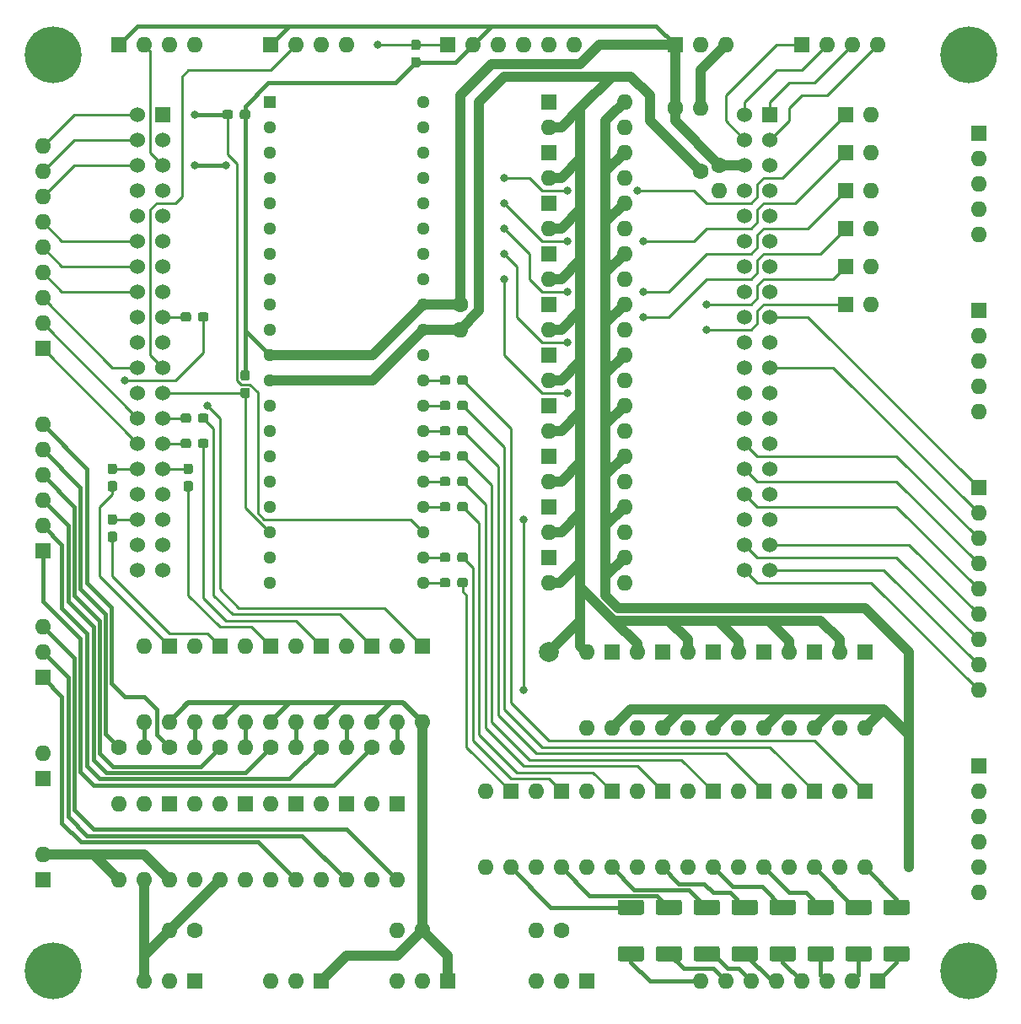
<source format=gtl>
G04 #@! TF.GenerationSoftware,KiCad,Pcbnew,(5.1.6)-1*
G04 #@! TF.CreationDate,2023-04-05T02:19:51+09:00*
G04 #@! TF.ProjectId,SubPCB,53756250-4342-42e6-9b69-6361645f7063,rev?*
G04 #@! TF.SameCoordinates,Original*
G04 #@! TF.FileFunction,Copper,L1,Top*
G04 #@! TF.FilePolarity,Positive*
%FSLAX46Y46*%
G04 Gerber Fmt 4.6, Leading zero omitted, Abs format (unit mm)*
G04 Created by KiCad (PCBNEW (5.1.6)-1) date 2023-04-05 02:19:51*
%MOMM*%
%LPD*%
G01*
G04 APERTURE LIST*
G04 #@! TA.AperFunction,ComponentPad*
%ADD10O,1.600000X1.600000*%
G04 #@! TD*
G04 #@! TA.AperFunction,ComponentPad*
%ADD11R,1.600000X1.600000*%
G04 #@! TD*
G04 #@! TA.AperFunction,ComponentPad*
%ADD12R,1.530000X1.530000*%
G04 #@! TD*
G04 #@! TA.AperFunction,ComponentPad*
%ADD13C,1.530000*%
G04 #@! TD*
G04 #@! TA.AperFunction,ComponentPad*
%ADD14C,1.600000*%
G04 #@! TD*
G04 #@! TA.AperFunction,ComponentPad*
%ADD15C,1.280000*%
G04 #@! TD*
G04 #@! TA.AperFunction,ComponentPad*
%ADD16R,1.280000X1.280000*%
G04 #@! TD*
G04 #@! TA.AperFunction,ComponentPad*
%ADD17C,5.700000*%
G04 #@! TD*
G04 #@! TA.AperFunction,ViaPad*
%ADD18C,0.800000*%
G04 #@! TD*
G04 #@! TA.AperFunction,ViaPad*
%ADD19C,1.600000*%
G04 #@! TD*
G04 #@! TA.AperFunction,ViaPad*
%ADD20C,2.000000*%
G04 #@! TD*
G04 #@! TA.AperFunction,Conductor*
%ADD21C,0.250000*%
G04 #@! TD*
G04 #@! TA.AperFunction,Conductor*
%ADD22C,0.400000*%
G04 #@! TD*
G04 #@! TA.AperFunction,Conductor*
%ADD23C,1.000000*%
G04 #@! TD*
G04 #@! TA.AperFunction,Conductor*
%ADD24C,0.500000*%
G04 #@! TD*
G04 APERTURE END LIST*
D10*
X83185000Y-6985000D03*
D11*
X80645000Y-6985000D03*
D10*
X83185000Y-10795000D03*
D11*
X80645000Y-10795000D03*
D10*
X83185000Y-14605000D03*
D11*
X80645000Y-14605000D03*
D10*
X83185000Y-18415000D03*
D11*
X80645000Y-18415000D03*
D10*
X83185000Y-22225000D03*
D11*
X80645000Y-22225000D03*
D10*
X83185000Y-26035000D03*
D11*
X80645000Y-26035000D03*
D12*
X73025000Y-6985000D03*
D13*
X73025000Y-52705000D03*
X70485000Y-6985000D03*
X73025000Y-9525000D03*
X70485000Y-9525000D03*
X73025000Y-12065000D03*
X70485000Y-12065000D03*
X73025000Y-14605000D03*
X70485000Y-14605000D03*
X73025000Y-17145000D03*
X70485000Y-17145000D03*
X73025000Y-19685000D03*
X70485000Y-19685000D03*
X73025000Y-22225000D03*
X70485000Y-22225000D03*
X73025000Y-24765000D03*
X70485000Y-24765000D03*
X73025000Y-27305000D03*
X70485000Y-27305000D03*
X73025000Y-29845000D03*
X70485000Y-29845000D03*
X73025000Y-32385000D03*
X70485000Y-32385000D03*
X73025000Y-34925000D03*
X70485000Y-34925000D03*
X73025000Y-37465000D03*
X70485000Y-37465000D03*
X73025000Y-40005000D03*
X70485000Y-40005000D03*
X73025000Y-42545000D03*
X70485000Y-42545000D03*
X73025000Y-45085000D03*
X70485000Y-45085000D03*
X73025000Y-47625000D03*
X70485000Y-47625000D03*
X73025000Y-50165000D03*
X70485000Y-50165000D03*
X70485000Y-52705000D03*
D12*
X12065000Y-6985000D03*
D13*
X12065000Y-52705000D03*
X9525000Y-6985000D03*
X12065000Y-9525000D03*
X9525000Y-9525000D03*
X12065000Y-12065000D03*
X9525000Y-12065000D03*
X12065000Y-14605000D03*
X9525000Y-14605000D03*
X12065000Y-17145000D03*
X9525000Y-17145000D03*
X12065000Y-19685000D03*
X9525000Y-19685000D03*
X12065000Y-22225000D03*
X9525000Y-22225000D03*
X12065000Y-24765000D03*
X9525000Y-24765000D03*
X12065000Y-27305000D03*
X9525000Y-27305000D03*
X12065000Y-29845000D03*
X9525000Y-29845000D03*
X12065000Y-32385000D03*
X9525000Y-32385000D03*
X12065000Y-34925000D03*
X9525000Y-34925000D03*
X12065000Y-37465000D03*
X9525000Y-37465000D03*
X12065000Y-40005000D03*
X9525000Y-40005000D03*
X12065000Y-42545000D03*
X9525000Y-42545000D03*
X12065000Y-45085000D03*
X9525000Y-45085000D03*
X12065000Y-47625000D03*
X9525000Y-47625000D03*
X12065000Y-50165000D03*
X9525000Y-50165000D03*
X9525000Y-52705000D03*
G04 #@! TA.AperFunction,SMDPad,CuDef*
G36*
G01*
X20557500Y-33700000D02*
X20082500Y-33700000D01*
G75*
G02*
X19845000Y-33462500I0J237500D01*
G01*
X19845000Y-32887500D01*
G75*
G02*
X20082500Y-32650000I237500J0D01*
G01*
X20557500Y-32650000D01*
G75*
G02*
X20795000Y-32887500I0J-237500D01*
G01*
X20795000Y-33462500D01*
G75*
G02*
X20557500Y-33700000I-237500J0D01*
G01*
G37*
G04 #@! TD.AperFunction*
G04 #@! TA.AperFunction,SMDPad,CuDef*
G36*
G01*
X20557500Y-35450000D02*
X20082500Y-35450000D01*
G75*
G02*
X19845000Y-35212500I0J237500D01*
G01*
X19845000Y-34637500D01*
G75*
G02*
X20082500Y-34400000I237500J0D01*
G01*
X20557500Y-34400000D01*
G75*
G02*
X20795000Y-34637500I0J-237500D01*
G01*
X20795000Y-35212500D01*
G75*
G02*
X20557500Y-35450000I-237500J0D01*
G01*
G37*
G04 #@! TD.AperFunction*
G04 #@! TA.AperFunction,SMDPad,CuDef*
G36*
G01*
X19795000Y-7222500D02*
X19795000Y-6747500D01*
G75*
G02*
X20032500Y-6510000I237500J0D01*
G01*
X20607500Y-6510000D01*
G75*
G02*
X20845000Y-6747500I0J-237500D01*
G01*
X20845000Y-7222500D01*
G75*
G02*
X20607500Y-7460000I-237500J0D01*
G01*
X20032500Y-7460000D01*
G75*
G02*
X19795000Y-7222500I0J237500D01*
G01*
G37*
G04 #@! TD.AperFunction*
G04 #@! TA.AperFunction,SMDPad,CuDef*
G36*
G01*
X18045000Y-7222500D02*
X18045000Y-6747500D01*
G75*
G02*
X18282500Y-6510000I237500J0D01*
G01*
X18857500Y-6510000D01*
G75*
G02*
X19095000Y-6747500I0J-237500D01*
G01*
X19095000Y-7222500D01*
G75*
G02*
X18857500Y-7460000I-237500J0D01*
G01*
X18282500Y-7460000D01*
G75*
G02*
X18045000Y-7222500I0J237500D01*
G01*
G37*
G04 #@! TD.AperFunction*
D10*
X25400000Y-93980000D03*
X22860000Y-93980000D03*
D11*
X27940000Y-93980000D03*
X76200000Y0D03*
D10*
X81280000Y0D03*
X78740000Y0D03*
X83820000Y0D03*
X93980000Y-52070000D03*
X93980000Y-46990000D03*
X93980000Y-49530000D03*
D11*
X93980000Y-44450000D03*
D10*
X93980000Y-54610000D03*
X93980000Y-57150000D03*
X93980000Y-59690000D03*
X93980000Y-62230000D03*
X93980000Y-64770000D03*
X46990000Y-82550000D03*
X44450000Y-74930000D03*
X44450000Y-82550000D03*
D11*
X46990000Y-74930000D03*
D10*
X52070000Y-82550000D03*
X49530000Y-74930000D03*
X49530000Y-82550000D03*
D11*
X52070000Y-74930000D03*
D10*
X57150000Y-82550000D03*
X54610000Y-74930000D03*
X54610000Y-82550000D03*
D11*
X57150000Y-74930000D03*
D10*
X62230000Y-82550000D03*
X59690000Y-74930000D03*
X59690000Y-82550000D03*
D11*
X62230000Y-74930000D03*
D10*
X67310000Y-82550000D03*
X64770000Y-74930000D03*
X64770000Y-82550000D03*
D11*
X67310000Y-74930000D03*
D10*
X72390000Y-82550000D03*
X69850000Y-74930000D03*
X69850000Y-82550000D03*
D11*
X72390000Y-74930000D03*
D10*
X77470000Y-82550000D03*
X74930000Y-74930000D03*
X74930000Y-82550000D03*
D11*
X77470000Y-74930000D03*
D10*
X82550000Y-82550000D03*
X80010000Y-74930000D03*
X80010000Y-82550000D03*
D11*
X82550000Y-74930000D03*
D10*
X57150000Y-68580000D03*
X54610000Y-60960000D03*
X54610000Y-68580000D03*
D11*
X57150000Y-60960000D03*
D10*
X62230000Y-68580000D03*
X59690000Y-60960000D03*
X59690000Y-68580000D03*
D11*
X62230000Y-60960000D03*
D10*
X67310000Y-68580000D03*
X64770000Y-60960000D03*
X64770000Y-68580000D03*
D11*
X67310000Y-60960000D03*
D10*
X72390000Y-68580000D03*
X69850000Y-60960000D03*
X69850000Y-68580000D03*
D11*
X72390000Y-60960000D03*
D10*
X77470000Y-68580000D03*
X74930000Y-60960000D03*
X74930000Y-68580000D03*
D11*
X77470000Y-60960000D03*
D10*
X82550000Y-68580000D03*
X80010000Y-60960000D03*
X80010000Y-68580000D03*
D11*
X82550000Y-60960000D03*
D10*
X58420000Y-51435000D03*
X50800000Y-53975000D03*
X58420000Y-53975000D03*
D11*
X50800000Y-51435000D03*
D10*
X58420000Y-46355000D03*
X50800000Y-48895000D03*
X58420000Y-48895000D03*
D11*
X50800000Y-46355000D03*
D10*
X58420000Y-41275000D03*
X50800000Y-43815000D03*
X58420000Y-43815000D03*
D11*
X50800000Y-41275000D03*
D10*
X58420000Y-36195000D03*
X50800000Y-38735000D03*
X58420000Y-38735000D03*
D11*
X50800000Y-36195000D03*
D10*
X58420000Y-31115000D03*
X50800000Y-33655000D03*
X58420000Y-33655000D03*
D11*
X50800000Y-31115000D03*
D10*
X58420000Y-26035000D03*
X50800000Y-28575000D03*
X58420000Y-28575000D03*
D11*
X50800000Y-26035000D03*
D10*
X58420000Y-20955000D03*
X50800000Y-23495000D03*
X58420000Y-23495000D03*
D11*
X50800000Y-20955000D03*
D10*
X58420000Y-15875000D03*
X50800000Y-18415000D03*
X58420000Y-18415000D03*
D11*
X50800000Y-15875000D03*
D10*
X58420000Y-10795000D03*
X50800000Y-13335000D03*
X58420000Y-13335000D03*
D11*
X50800000Y-10795000D03*
D10*
X58420000Y-5715000D03*
X50800000Y-8255000D03*
X58420000Y-8255000D03*
D11*
X50800000Y-5715000D03*
D10*
X12700000Y-67945000D03*
X10160000Y-60325000D03*
X10160000Y-67945000D03*
D11*
X12700000Y-60325000D03*
D10*
X17780000Y-67945000D03*
X15240000Y-60325000D03*
X15240000Y-67945000D03*
D11*
X17780000Y-60325000D03*
D10*
X22860000Y-67945000D03*
X20320000Y-60325000D03*
X20320000Y-67945000D03*
D11*
X22860000Y-60325000D03*
D10*
X27940000Y-67945000D03*
X25400000Y-60325000D03*
X25400000Y-67945000D03*
D11*
X27940000Y-60325000D03*
D10*
X33020000Y-67945000D03*
X30480000Y-60325000D03*
X30480000Y-67945000D03*
D11*
X33020000Y-60325000D03*
D10*
X38100000Y-67945000D03*
X35560000Y-60325000D03*
X35560000Y-67945000D03*
D11*
X38100000Y-60325000D03*
D10*
X25400000Y-83820000D03*
X22860000Y-76200000D03*
X22860000Y-83820000D03*
D11*
X25400000Y-76200000D03*
D10*
X30480000Y-83820000D03*
X27940000Y-76200000D03*
X27940000Y-83820000D03*
D11*
X30480000Y-76200000D03*
D10*
X35560000Y-83820000D03*
X33020000Y-76200000D03*
X33020000Y-83820000D03*
D11*
X35560000Y-76200000D03*
D10*
X12700000Y-83820000D03*
X7620000Y-76200000D03*
X10160000Y-83820000D03*
X10160000Y-76200000D03*
X7620000Y-83820000D03*
D11*
X12700000Y-76200000D03*
D10*
X20320000Y-83820000D03*
X15240000Y-76200000D03*
X17780000Y-83820000D03*
X17780000Y-76200000D03*
X15240000Y-83820000D03*
D11*
X20320000Y-76200000D03*
G04 #@! TA.AperFunction,SMDPad,CuDef*
G36*
G01*
X37702500Y-525000D02*
X37227500Y-525000D01*
G75*
G02*
X36990000Y-287500I0J237500D01*
G01*
X36990000Y287500D01*
G75*
G02*
X37227500Y525000I237500J0D01*
G01*
X37702500Y525000D01*
G75*
G02*
X37940000Y287500I0J-237500D01*
G01*
X37940000Y-287500D01*
G75*
G02*
X37702500Y-525000I-237500J0D01*
G01*
G37*
G04 #@! TD.AperFunction*
G04 #@! TA.AperFunction,SMDPad,CuDef*
G36*
G01*
X37702500Y-2275000D02*
X37227500Y-2275000D01*
G75*
G02*
X36990000Y-2037500I0J237500D01*
G01*
X36990000Y-1462500D01*
G75*
G02*
X37227500Y-1225000I237500J0D01*
G01*
X37702500Y-1225000D01*
G75*
G02*
X37940000Y-1462500I0J-237500D01*
G01*
X37940000Y-2037500D01*
G75*
G02*
X37702500Y-2275000I-237500J0D01*
G01*
G37*
G04 #@! TD.AperFunction*
G04 #@! TA.AperFunction,SMDPad,CuDef*
G36*
G01*
X60130001Y-87325000D02*
X57979999Y-87325000D01*
G75*
G02*
X57730000Y-87075001I0J249999D01*
G01*
X57730000Y-86049999D01*
G75*
G02*
X57979999Y-85800000I249999J0D01*
G01*
X60130001Y-85800000D01*
G75*
G02*
X60380000Y-86049999I0J-249999D01*
G01*
X60380000Y-87075001D01*
G75*
G02*
X60130001Y-87325000I-249999J0D01*
G01*
G37*
G04 #@! TD.AperFunction*
G04 #@! TA.AperFunction,SMDPad,CuDef*
G36*
G01*
X60130001Y-92000000D02*
X57979999Y-92000000D01*
G75*
G02*
X57730000Y-91750001I0J249999D01*
G01*
X57730000Y-90724999D01*
G75*
G02*
X57979999Y-90475000I249999J0D01*
G01*
X60130001Y-90475000D01*
G75*
G02*
X60380000Y-90724999I0J-249999D01*
G01*
X60380000Y-91750001D01*
G75*
G02*
X60130001Y-92000000I-249999J0D01*
G01*
G37*
G04 #@! TD.AperFunction*
G04 #@! TA.AperFunction,SMDPad,CuDef*
G36*
G01*
X63940001Y-87325000D02*
X61789999Y-87325000D01*
G75*
G02*
X61540000Y-87075001I0J249999D01*
G01*
X61540000Y-86049999D01*
G75*
G02*
X61789999Y-85800000I249999J0D01*
G01*
X63940001Y-85800000D01*
G75*
G02*
X64190000Y-86049999I0J-249999D01*
G01*
X64190000Y-87075001D01*
G75*
G02*
X63940001Y-87325000I-249999J0D01*
G01*
G37*
G04 #@! TD.AperFunction*
G04 #@! TA.AperFunction,SMDPad,CuDef*
G36*
G01*
X63940001Y-92000000D02*
X61789999Y-92000000D01*
G75*
G02*
X61540000Y-91750001I0J249999D01*
G01*
X61540000Y-90724999D01*
G75*
G02*
X61789999Y-90475000I249999J0D01*
G01*
X63940001Y-90475000D01*
G75*
G02*
X64190000Y-90724999I0J-249999D01*
G01*
X64190000Y-91750001D01*
G75*
G02*
X63940001Y-92000000I-249999J0D01*
G01*
G37*
G04 #@! TD.AperFunction*
G04 #@! TA.AperFunction,SMDPad,CuDef*
G36*
G01*
X67750001Y-87325000D02*
X65599999Y-87325000D01*
G75*
G02*
X65350000Y-87075001I0J249999D01*
G01*
X65350000Y-86049999D01*
G75*
G02*
X65599999Y-85800000I249999J0D01*
G01*
X67750001Y-85800000D01*
G75*
G02*
X68000000Y-86049999I0J-249999D01*
G01*
X68000000Y-87075001D01*
G75*
G02*
X67750001Y-87325000I-249999J0D01*
G01*
G37*
G04 #@! TD.AperFunction*
G04 #@! TA.AperFunction,SMDPad,CuDef*
G36*
G01*
X67750001Y-92000000D02*
X65599999Y-92000000D01*
G75*
G02*
X65350000Y-91750001I0J249999D01*
G01*
X65350000Y-90724999D01*
G75*
G02*
X65599999Y-90475000I249999J0D01*
G01*
X67750001Y-90475000D01*
G75*
G02*
X68000000Y-90724999I0J-249999D01*
G01*
X68000000Y-91750001D01*
G75*
G02*
X67750001Y-92000000I-249999J0D01*
G01*
G37*
G04 #@! TD.AperFunction*
G04 #@! TA.AperFunction,SMDPad,CuDef*
G36*
G01*
X71560001Y-87325000D02*
X69409999Y-87325000D01*
G75*
G02*
X69160000Y-87075001I0J249999D01*
G01*
X69160000Y-86049999D01*
G75*
G02*
X69409999Y-85800000I249999J0D01*
G01*
X71560001Y-85800000D01*
G75*
G02*
X71810000Y-86049999I0J-249999D01*
G01*
X71810000Y-87075001D01*
G75*
G02*
X71560001Y-87325000I-249999J0D01*
G01*
G37*
G04 #@! TD.AperFunction*
G04 #@! TA.AperFunction,SMDPad,CuDef*
G36*
G01*
X71560001Y-92000000D02*
X69409999Y-92000000D01*
G75*
G02*
X69160000Y-91750001I0J249999D01*
G01*
X69160000Y-90724999D01*
G75*
G02*
X69409999Y-90475000I249999J0D01*
G01*
X71560001Y-90475000D01*
G75*
G02*
X71810000Y-90724999I0J-249999D01*
G01*
X71810000Y-91750001D01*
G75*
G02*
X71560001Y-92000000I-249999J0D01*
G01*
G37*
G04 #@! TD.AperFunction*
G04 #@! TA.AperFunction,SMDPad,CuDef*
G36*
G01*
X75370001Y-87325000D02*
X73219999Y-87325000D01*
G75*
G02*
X72970000Y-87075001I0J249999D01*
G01*
X72970000Y-86049999D01*
G75*
G02*
X73219999Y-85800000I249999J0D01*
G01*
X75370001Y-85800000D01*
G75*
G02*
X75620000Y-86049999I0J-249999D01*
G01*
X75620000Y-87075001D01*
G75*
G02*
X75370001Y-87325000I-249999J0D01*
G01*
G37*
G04 #@! TD.AperFunction*
G04 #@! TA.AperFunction,SMDPad,CuDef*
G36*
G01*
X75370001Y-92000000D02*
X73219999Y-92000000D01*
G75*
G02*
X72970000Y-91750001I0J249999D01*
G01*
X72970000Y-90724999D01*
G75*
G02*
X73219999Y-90475000I249999J0D01*
G01*
X75370001Y-90475000D01*
G75*
G02*
X75620000Y-90724999I0J-249999D01*
G01*
X75620000Y-91750001D01*
G75*
G02*
X75370001Y-92000000I-249999J0D01*
G01*
G37*
G04 #@! TD.AperFunction*
G04 #@! TA.AperFunction,SMDPad,CuDef*
G36*
G01*
X79180001Y-87325000D02*
X77029999Y-87325000D01*
G75*
G02*
X76780000Y-87075001I0J249999D01*
G01*
X76780000Y-86049999D01*
G75*
G02*
X77029999Y-85800000I249999J0D01*
G01*
X79180001Y-85800000D01*
G75*
G02*
X79430000Y-86049999I0J-249999D01*
G01*
X79430000Y-87075001D01*
G75*
G02*
X79180001Y-87325000I-249999J0D01*
G01*
G37*
G04 #@! TD.AperFunction*
G04 #@! TA.AperFunction,SMDPad,CuDef*
G36*
G01*
X79180001Y-92000000D02*
X77029999Y-92000000D01*
G75*
G02*
X76780000Y-91750001I0J249999D01*
G01*
X76780000Y-90724999D01*
G75*
G02*
X77029999Y-90475000I249999J0D01*
G01*
X79180001Y-90475000D01*
G75*
G02*
X79430000Y-90724999I0J-249999D01*
G01*
X79430000Y-91750001D01*
G75*
G02*
X79180001Y-92000000I-249999J0D01*
G01*
G37*
G04 #@! TD.AperFunction*
G04 #@! TA.AperFunction,SMDPad,CuDef*
G36*
G01*
X82990001Y-87325000D02*
X80839999Y-87325000D01*
G75*
G02*
X80590000Y-87075001I0J249999D01*
G01*
X80590000Y-86049999D01*
G75*
G02*
X80839999Y-85800000I249999J0D01*
G01*
X82990001Y-85800000D01*
G75*
G02*
X83240000Y-86049999I0J-249999D01*
G01*
X83240000Y-87075001D01*
G75*
G02*
X82990001Y-87325000I-249999J0D01*
G01*
G37*
G04 #@! TD.AperFunction*
G04 #@! TA.AperFunction,SMDPad,CuDef*
G36*
G01*
X82990001Y-92000000D02*
X80839999Y-92000000D01*
G75*
G02*
X80590000Y-91750001I0J249999D01*
G01*
X80590000Y-90724999D01*
G75*
G02*
X80839999Y-90475000I249999J0D01*
G01*
X82990001Y-90475000D01*
G75*
G02*
X83240000Y-90724999I0J-249999D01*
G01*
X83240000Y-91750001D01*
G75*
G02*
X82990001Y-92000000I-249999J0D01*
G01*
G37*
G04 #@! TD.AperFunction*
G04 #@! TA.AperFunction,SMDPad,CuDef*
G36*
G01*
X86800001Y-87325000D02*
X84649999Y-87325000D01*
G75*
G02*
X84400000Y-87075001I0J249999D01*
G01*
X84400000Y-86049999D01*
G75*
G02*
X84649999Y-85800000I249999J0D01*
G01*
X86800001Y-85800000D01*
G75*
G02*
X87050000Y-86049999I0J-249999D01*
G01*
X87050000Y-87075001D01*
G75*
G02*
X86800001Y-87325000I-249999J0D01*
G01*
G37*
G04 #@! TD.AperFunction*
G04 #@! TA.AperFunction,SMDPad,CuDef*
G36*
G01*
X86800001Y-92000000D02*
X84649999Y-92000000D01*
G75*
G02*
X84400000Y-91750001I0J249999D01*
G01*
X84400000Y-90724999D01*
G75*
G02*
X84649999Y-90475000I249999J0D01*
G01*
X86800001Y-90475000D01*
G75*
G02*
X87050000Y-90724999I0J-249999D01*
G01*
X87050000Y-91750001D01*
G75*
G02*
X86800001Y-92000000I-249999J0D01*
G01*
G37*
G04 #@! TD.AperFunction*
G04 #@! TA.AperFunction,SMDPad,CuDef*
G36*
G01*
X40925000Y-53737500D02*
X40925000Y-54212500D01*
G75*
G02*
X40687500Y-54450000I-237500J0D01*
G01*
X40112500Y-54450000D01*
G75*
G02*
X39875000Y-54212500I0J237500D01*
G01*
X39875000Y-53737500D01*
G75*
G02*
X40112500Y-53500000I237500J0D01*
G01*
X40687500Y-53500000D01*
G75*
G02*
X40925000Y-53737500I0J-237500D01*
G01*
G37*
G04 #@! TD.AperFunction*
G04 #@! TA.AperFunction,SMDPad,CuDef*
G36*
G01*
X42675000Y-53737500D02*
X42675000Y-54212500D01*
G75*
G02*
X42437500Y-54450000I-237500J0D01*
G01*
X41862500Y-54450000D01*
G75*
G02*
X41625000Y-54212500I0J237500D01*
G01*
X41625000Y-53737500D01*
G75*
G02*
X41862500Y-53500000I237500J0D01*
G01*
X42437500Y-53500000D01*
G75*
G02*
X42675000Y-53737500I0J-237500D01*
G01*
G37*
G04 #@! TD.AperFunction*
G04 #@! TA.AperFunction,SMDPad,CuDef*
G36*
G01*
X40925000Y-51197500D02*
X40925000Y-51672500D01*
G75*
G02*
X40687500Y-51910000I-237500J0D01*
G01*
X40112500Y-51910000D01*
G75*
G02*
X39875000Y-51672500I0J237500D01*
G01*
X39875000Y-51197500D01*
G75*
G02*
X40112500Y-50960000I237500J0D01*
G01*
X40687500Y-50960000D01*
G75*
G02*
X40925000Y-51197500I0J-237500D01*
G01*
G37*
G04 #@! TD.AperFunction*
G04 #@! TA.AperFunction,SMDPad,CuDef*
G36*
G01*
X42675000Y-51197500D02*
X42675000Y-51672500D01*
G75*
G02*
X42437500Y-51910000I-237500J0D01*
G01*
X41862500Y-51910000D01*
G75*
G02*
X41625000Y-51672500I0J237500D01*
G01*
X41625000Y-51197500D01*
G75*
G02*
X41862500Y-50960000I237500J0D01*
G01*
X42437500Y-50960000D01*
G75*
G02*
X42675000Y-51197500I0J-237500D01*
G01*
G37*
G04 #@! TD.AperFunction*
G04 #@! TA.AperFunction,SMDPad,CuDef*
G36*
G01*
X40925000Y-46117500D02*
X40925000Y-46592500D01*
G75*
G02*
X40687500Y-46830000I-237500J0D01*
G01*
X40112500Y-46830000D01*
G75*
G02*
X39875000Y-46592500I0J237500D01*
G01*
X39875000Y-46117500D01*
G75*
G02*
X40112500Y-45880000I237500J0D01*
G01*
X40687500Y-45880000D01*
G75*
G02*
X40925000Y-46117500I0J-237500D01*
G01*
G37*
G04 #@! TD.AperFunction*
G04 #@! TA.AperFunction,SMDPad,CuDef*
G36*
G01*
X42675000Y-46117500D02*
X42675000Y-46592500D01*
G75*
G02*
X42437500Y-46830000I-237500J0D01*
G01*
X41862500Y-46830000D01*
G75*
G02*
X41625000Y-46592500I0J237500D01*
G01*
X41625000Y-46117500D01*
G75*
G02*
X41862500Y-45880000I237500J0D01*
G01*
X42437500Y-45880000D01*
G75*
G02*
X42675000Y-46117500I0J-237500D01*
G01*
G37*
G04 #@! TD.AperFunction*
G04 #@! TA.AperFunction,SMDPad,CuDef*
G36*
G01*
X40925000Y-43577500D02*
X40925000Y-44052500D01*
G75*
G02*
X40687500Y-44290000I-237500J0D01*
G01*
X40112500Y-44290000D01*
G75*
G02*
X39875000Y-44052500I0J237500D01*
G01*
X39875000Y-43577500D01*
G75*
G02*
X40112500Y-43340000I237500J0D01*
G01*
X40687500Y-43340000D01*
G75*
G02*
X40925000Y-43577500I0J-237500D01*
G01*
G37*
G04 #@! TD.AperFunction*
G04 #@! TA.AperFunction,SMDPad,CuDef*
G36*
G01*
X42675000Y-43577500D02*
X42675000Y-44052500D01*
G75*
G02*
X42437500Y-44290000I-237500J0D01*
G01*
X41862500Y-44290000D01*
G75*
G02*
X41625000Y-44052500I0J237500D01*
G01*
X41625000Y-43577500D01*
G75*
G02*
X41862500Y-43340000I237500J0D01*
G01*
X42437500Y-43340000D01*
G75*
G02*
X42675000Y-43577500I0J-237500D01*
G01*
G37*
G04 #@! TD.AperFunction*
G04 #@! TA.AperFunction,SMDPad,CuDef*
G36*
G01*
X40925000Y-41037500D02*
X40925000Y-41512500D01*
G75*
G02*
X40687500Y-41750000I-237500J0D01*
G01*
X40112500Y-41750000D01*
G75*
G02*
X39875000Y-41512500I0J237500D01*
G01*
X39875000Y-41037500D01*
G75*
G02*
X40112500Y-40800000I237500J0D01*
G01*
X40687500Y-40800000D01*
G75*
G02*
X40925000Y-41037500I0J-237500D01*
G01*
G37*
G04 #@! TD.AperFunction*
G04 #@! TA.AperFunction,SMDPad,CuDef*
G36*
G01*
X42675000Y-41037500D02*
X42675000Y-41512500D01*
G75*
G02*
X42437500Y-41750000I-237500J0D01*
G01*
X41862500Y-41750000D01*
G75*
G02*
X41625000Y-41512500I0J237500D01*
G01*
X41625000Y-41037500D01*
G75*
G02*
X41862500Y-40800000I237500J0D01*
G01*
X42437500Y-40800000D01*
G75*
G02*
X42675000Y-41037500I0J-237500D01*
G01*
G37*
G04 #@! TD.AperFunction*
G04 #@! TA.AperFunction,SMDPad,CuDef*
G36*
G01*
X40925000Y-38497500D02*
X40925000Y-38972500D01*
G75*
G02*
X40687500Y-39210000I-237500J0D01*
G01*
X40112500Y-39210000D01*
G75*
G02*
X39875000Y-38972500I0J237500D01*
G01*
X39875000Y-38497500D01*
G75*
G02*
X40112500Y-38260000I237500J0D01*
G01*
X40687500Y-38260000D01*
G75*
G02*
X40925000Y-38497500I0J-237500D01*
G01*
G37*
G04 #@! TD.AperFunction*
G04 #@! TA.AperFunction,SMDPad,CuDef*
G36*
G01*
X42675000Y-38497500D02*
X42675000Y-38972500D01*
G75*
G02*
X42437500Y-39210000I-237500J0D01*
G01*
X41862500Y-39210000D01*
G75*
G02*
X41625000Y-38972500I0J237500D01*
G01*
X41625000Y-38497500D01*
G75*
G02*
X41862500Y-38260000I237500J0D01*
G01*
X42437500Y-38260000D01*
G75*
G02*
X42675000Y-38497500I0J-237500D01*
G01*
G37*
G04 #@! TD.AperFunction*
G04 #@! TA.AperFunction,SMDPad,CuDef*
G36*
G01*
X40925000Y-35957500D02*
X40925000Y-36432500D01*
G75*
G02*
X40687500Y-36670000I-237500J0D01*
G01*
X40112500Y-36670000D01*
G75*
G02*
X39875000Y-36432500I0J237500D01*
G01*
X39875000Y-35957500D01*
G75*
G02*
X40112500Y-35720000I237500J0D01*
G01*
X40687500Y-35720000D01*
G75*
G02*
X40925000Y-35957500I0J-237500D01*
G01*
G37*
G04 #@! TD.AperFunction*
G04 #@! TA.AperFunction,SMDPad,CuDef*
G36*
G01*
X42675000Y-35957500D02*
X42675000Y-36432500D01*
G75*
G02*
X42437500Y-36670000I-237500J0D01*
G01*
X41862500Y-36670000D01*
G75*
G02*
X41625000Y-36432500I0J237500D01*
G01*
X41625000Y-35957500D01*
G75*
G02*
X41862500Y-35720000I237500J0D01*
G01*
X42437500Y-35720000D01*
G75*
G02*
X42675000Y-35957500I0J-237500D01*
G01*
G37*
G04 #@! TD.AperFunction*
G04 #@! TA.AperFunction,SMDPad,CuDef*
G36*
G01*
X40925000Y-33417500D02*
X40925000Y-33892500D01*
G75*
G02*
X40687500Y-34130000I-237500J0D01*
G01*
X40112500Y-34130000D01*
G75*
G02*
X39875000Y-33892500I0J237500D01*
G01*
X39875000Y-33417500D01*
G75*
G02*
X40112500Y-33180000I237500J0D01*
G01*
X40687500Y-33180000D01*
G75*
G02*
X40925000Y-33417500I0J-237500D01*
G01*
G37*
G04 #@! TD.AperFunction*
G04 #@! TA.AperFunction,SMDPad,CuDef*
G36*
G01*
X42675000Y-33417500D02*
X42675000Y-33892500D01*
G75*
G02*
X42437500Y-34130000I-237500J0D01*
G01*
X41862500Y-34130000D01*
G75*
G02*
X41625000Y-33892500I0J237500D01*
G01*
X41625000Y-33417500D01*
G75*
G02*
X41862500Y-33180000I237500J0D01*
G01*
X42437500Y-33180000D01*
G75*
G02*
X42675000Y-33417500I0J-237500D01*
G01*
G37*
G04 #@! TD.AperFunction*
D10*
X10160000Y-70485000D03*
D14*
X7620000Y-70485000D03*
D10*
X15240000Y-70485000D03*
D14*
X12700000Y-70485000D03*
D10*
X20320000Y-70485000D03*
D14*
X17780000Y-70485000D03*
D10*
X25400000Y-70485000D03*
D14*
X22860000Y-70485000D03*
D10*
X30480000Y-70485000D03*
D14*
X27940000Y-70485000D03*
D10*
X35560000Y-70485000D03*
D14*
X33020000Y-70485000D03*
G04 #@! TA.AperFunction,SMDPad,CuDef*
G36*
G01*
X7222500Y-43070000D02*
X6747500Y-43070000D01*
G75*
G02*
X6510000Y-42832500I0J237500D01*
G01*
X6510000Y-42257500D01*
G75*
G02*
X6747500Y-42020000I237500J0D01*
G01*
X7222500Y-42020000D01*
G75*
G02*
X7460000Y-42257500I0J-237500D01*
G01*
X7460000Y-42832500D01*
G75*
G02*
X7222500Y-43070000I-237500J0D01*
G01*
G37*
G04 #@! TD.AperFunction*
G04 #@! TA.AperFunction,SMDPad,CuDef*
G36*
G01*
X7222500Y-44820000D02*
X6747500Y-44820000D01*
G75*
G02*
X6510000Y-44582500I0J237500D01*
G01*
X6510000Y-44007500D01*
G75*
G02*
X6747500Y-43770000I237500J0D01*
G01*
X7222500Y-43770000D01*
G75*
G02*
X7460000Y-44007500I0J-237500D01*
G01*
X7460000Y-44582500D01*
G75*
G02*
X7222500Y-44820000I-237500J0D01*
G01*
G37*
G04 #@! TD.AperFunction*
G04 #@! TA.AperFunction,SMDPad,CuDef*
G36*
G01*
X7222500Y-48150000D02*
X6747500Y-48150000D01*
G75*
G02*
X6510000Y-47912500I0J237500D01*
G01*
X6510000Y-47337500D01*
G75*
G02*
X6747500Y-47100000I237500J0D01*
G01*
X7222500Y-47100000D01*
G75*
G02*
X7460000Y-47337500I0J-237500D01*
G01*
X7460000Y-47912500D01*
G75*
G02*
X7222500Y-48150000I-237500J0D01*
G01*
G37*
G04 #@! TD.AperFunction*
G04 #@! TA.AperFunction,SMDPad,CuDef*
G36*
G01*
X7222500Y-49900000D02*
X6747500Y-49900000D01*
G75*
G02*
X6510000Y-49662500I0J237500D01*
G01*
X6510000Y-49087500D01*
G75*
G02*
X6747500Y-48850000I237500J0D01*
G01*
X7222500Y-48850000D01*
G75*
G02*
X7460000Y-49087500I0J-237500D01*
G01*
X7460000Y-49662500D01*
G75*
G02*
X7222500Y-49900000I-237500J0D01*
G01*
G37*
G04 #@! TD.AperFunction*
G04 #@! TA.AperFunction,SMDPad,CuDef*
G36*
G01*
X14842500Y-43070000D02*
X14367500Y-43070000D01*
G75*
G02*
X14130000Y-42832500I0J237500D01*
G01*
X14130000Y-42257500D01*
G75*
G02*
X14367500Y-42020000I237500J0D01*
G01*
X14842500Y-42020000D01*
G75*
G02*
X15080000Y-42257500I0J-237500D01*
G01*
X15080000Y-42832500D01*
G75*
G02*
X14842500Y-43070000I-237500J0D01*
G01*
G37*
G04 #@! TD.AperFunction*
G04 #@! TA.AperFunction,SMDPad,CuDef*
G36*
G01*
X14842500Y-44820000D02*
X14367500Y-44820000D01*
G75*
G02*
X14130000Y-44582500I0J237500D01*
G01*
X14130000Y-44007500D01*
G75*
G02*
X14367500Y-43770000I237500J0D01*
G01*
X14842500Y-43770000D01*
G75*
G02*
X15080000Y-44007500I0J-237500D01*
G01*
X15080000Y-44582500D01*
G75*
G02*
X14842500Y-44820000I-237500J0D01*
G01*
G37*
G04 #@! TD.AperFunction*
G04 #@! TA.AperFunction,SMDPad,CuDef*
G36*
G01*
X14890000Y-39767500D02*
X14890000Y-40242500D01*
G75*
G02*
X14652500Y-40480000I-237500J0D01*
G01*
X14077500Y-40480000D01*
G75*
G02*
X13840000Y-40242500I0J237500D01*
G01*
X13840000Y-39767500D01*
G75*
G02*
X14077500Y-39530000I237500J0D01*
G01*
X14652500Y-39530000D01*
G75*
G02*
X14890000Y-39767500I0J-237500D01*
G01*
G37*
G04 #@! TD.AperFunction*
G04 #@! TA.AperFunction,SMDPad,CuDef*
G36*
G01*
X16640000Y-39767500D02*
X16640000Y-40242500D01*
G75*
G02*
X16402500Y-40480000I-237500J0D01*
G01*
X15827500Y-40480000D01*
G75*
G02*
X15590000Y-40242500I0J237500D01*
G01*
X15590000Y-39767500D01*
G75*
G02*
X15827500Y-39530000I237500J0D01*
G01*
X16402500Y-39530000D01*
G75*
G02*
X16640000Y-39767500I0J-237500D01*
G01*
G37*
G04 #@! TD.AperFunction*
G04 #@! TA.AperFunction,SMDPad,CuDef*
G36*
G01*
X14890000Y-37227500D02*
X14890000Y-37702500D01*
G75*
G02*
X14652500Y-37940000I-237500J0D01*
G01*
X14077500Y-37940000D01*
G75*
G02*
X13840000Y-37702500I0J237500D01*
G01*
X13840000Y-37227500D01*
G75*
G02*
X14077500Y-36990000I237500J0D01*
G01*
X14652500Y-36990000D01*
G75*
G02*
X14890000Y-37227500I0J-237500D01*
G01*
G37*
G04 #@! TD.AperFunction*
G04 #@! TA.AperFunction,SMDPad,CuDef*
G36*
G01*
X16640000Y-37227500D02*
X16640000Y-37702500D01*
G75*
G02*
X16402500Y-37940000I-237500J0D01*
G01*
X15827500Y-37940000D01*
G75*
G02*
X15590000Y-37702500I0J237500D01*
G01*
X15590000Y-37227500D01*
G75*
G02*
X15827500Y-36990000I237500J0D01*
G01*
X16402500Y-36990000D01*
G75*
G02*
X16640000Y-37227500I0J-237500D01*
G01*
G37*
G04 #@! TD.AperFunction*
G04 #@! TA.AperFunction,SMDPad,CuDef*
G36*
G01*
X16640000Y-27067500D02*
X16640000Y-27542500D01*
G75*
G02*
X16402500Y-27780000I-237500J0D01*
G01*
X15827500Y-27780000D01*
G75*
G02*
X15590000Y-27542500I0J237500D01*
G01*
X15590000Y-27067500D01*
G75*
G02*
X15827500Y-26830000I237500J0D01*
G01*
X16402500Y-26830000D01*
G75*
G02*
X16640000Y-27067500I0J-237500D01*
G01*
G37*
G04 #@! TD.AperFunction*
G04 #@! TA.AperFunction,SMDPad,CuDef*
G36*
G01*
X14890000Y-27067500D02*
X14890000Y-27542500D01*
G75*
G02*
X14652500Y-27780000I-237500J0D01*
G01*
X14077500Y-27780000D01*
G75*
G02*
X13840000Y-27542500I0J237500D01*
G01*
X13840000Y-27067500D01*
G75*
G02*
X14077500Y-26830000I237500J0D01*
G01*
X14652500Y-26830000D01*
G75*
G02*
X14890000Y-27067500I0J-237500D01*
G01*
G37*
G04 #@! TD.AperFunction*
D10*
X53340000Y0D03*
X50800000Y0D03*
D11*
X40640000Y0D03*
D10*
X45720000Y0D03*
X43180000Y0D03*
X48260000Y0D03*
D11*
X0Y-83820000D03*
D10*
X0Y-81280000D03*
X93980000Y-85090000D03*
X93980000Y-82550000D03*
D11*
X93980000Y-72390000D03*
D10*
X93980000Y-77470000D03*
X93980000Y-74930000D03*
X93980000Y-80010000D03*
X93980000Y-34290000D03*
X93980000Y-29210000D03*
X93980000Y-31750000D03*
D11*
X93980000Y-26670000D03*
D10*
X93980000Y-36830000D03*
X93980000Y-16510000D03*
X93980000Y-11430000D03*
X93980000Y-13970000D03*
D11*
X93980000Y-8890000D03*
D10*
X93980000Y-19050000D03*
X66040000Y-93980000D03*
X68580000Y-93980000D03*
X71120000Y-93980000D03*
X73660000Y-93980000D03*
D11*
X83820000Y-93980000D03*
D10*
X78740000Y-93980000D03*
X81280000Y-93980000D03*
X76200000Y-93980000D03*
X0Y-38100000D03*
X0Y-40640000D03*
D11*
X0Y-50800000D03*
D10*
X0Y-45720000D03*
X0Y-48260000D03*
X0Y-43180000D03*
X0Y-22860000D03*
X0Y-27940000D03*
X0Y-25400000D03*
D11*
X0Y-30480000D03*
D10*
X0Y-20320000D03*
X0Y-17780000D03*
X0Y-15240000D03*
X0Y-12700000D03*
X0Y-10160000D03*
X12700000Y-93980000D03*
X10160000Y-93980000D03*
D11*
X15240000Y-93980000D03*
D10*
X38100000Y-93980000D03*
X35560000Y-93980000D03*
D11*
X40640000Y-93980000D03*
D10*
X52070000Y-93980000D03*
X49530000Y-93980000D03*
D11*
X54610000Y-93980000D03*
D10*
X66040000Y0D03*
X68580000Y0D03*
D11*
X63500000Y0D03*
X0Y-73660000D03*
D10*
X0Y-71120000D03*
X0Y-60960000D03*
X0Y-58420000D03*
D11*
X0Y-63500000D03*
D14*
X41910000Y-26035000D03*
D10*
X41910000Y-28575000D03*
D14*
X67945000Y-12065000D03*
D10*
X67945000Y-14605000D03*
D14*
X15240000Y-88900000D03*
D10*
X12700000Y-88900000D03*
D14*
X38100000Y-88900000D03*
D10*
X35560000Y-88900000D03*
D14*
X52070000Y-88900000D03*
D10*
X49530000Y-88900000D03*
D14*
X63500000Y-6350000D03*
D10*
X66040000Y-6350000D03*
D11*
X22860000Y0D03*
D10*
X27940000Y0D03*
X25400000Y0D03*
X30480000Y0D03*
D11*
X7620000Y0D03*
D10*
X12700000Y0D03*
X10160000Y0D03*
X15240000Y0D03*
D15*
X38197500Y-5715000D03*
X38197500Y-8255000D03*
X38197500Y-10795000D03*
X38197500Y-13335000D03*
X38197500Y-15875000D03*
X38197500Y-18415000D03*
X38197500Y-20955000D03*
X38197500Y-23495000D03*
X38197500Y-26035000D03*
X38197500Y-28575000D03*
X38197500Y-31115000D03*
X38197500Y-33655000D03*
X38197500Y-36195000D03*
X38197500Y-38735000D03*
X38197500Y-41275000D03*
X38197500Y-43815000D03*
X38197500Y-46355000D03*
X38197500Y-48895000D03*
X38197500Y-51435000D03*
X38197500Y-53975000D03*
X22762500Y-53975000D03*
X22762500Y-51435000D03*
X22762500Y-48895000D03*
X22762500Y-46355000D03*
X22762500Y-43815000D03*
X22762500Y-41275000D03*
X22762500Y-38735000D03*
X22762500Y-36195000D03*
X22762500Y-33655000D03*
X22762500Y-31115000D03*
X22762500Y-28575000D03*
X22762500Y-26035000D03*
X22762500Y-23495000D03*
X22762500Y-20955000D03*
X22762500Y-18415000D03*
X22762500Y-15875000D03*
X22762500Y-13335000D03*
X22762500Y-10795000D03*
X22762500Y-8255000D03*
D16*
X22762500Y-5715000D03*
D17*
X92980000Y-92980000D03*
X1000000Y-92980000D03*
X92980000Y-1000000D03*
X1000000Y-1000000D03*
D18*
X15240000Y-12065000D03*
X18415000Y-12065000D03*
D19*
X66040000Y-12700000D03*
D20*
X50800000Y-60960000D03*
D18*
X86995000Y-82550000D03*
X15240000Y-6985000D03*
X8255000Y-33655000D03*
X48260000Y-47625000D03*
X48260000Y-64770000D03*
X16510000Y-36195000D03*
X33655000Y0D03*
X59690000Y-14605000D03*
X46355000Y-13335000D03*
X52705000Y-14605000D03*
X60325000Y-19685000D03*
X60325000Y-24765000D03*
X46355000Y-15875000D03*
X52705000Y-19685000D03*
X46355000Y-18415000D03*
X52705000Y-24765000D03*
X60325000Y-27305000D03*
X46355000Y-20955000D03*
X52705000Y-29845000D03*
X66675000Y-26035000D03*
X46355000Y-23495000D03*
X52705000Y-34925000D03*
X66675000Y-28575000D03*
D21*
X84455000Y-52705000D02*
X93980000Y-62230000D01*
X73025000Y-52705000D02*
X84455000Y-52705000D01*
X79375000Y-32385000D02*
X93980000Y-46990000D01*
X73025000Y-32385000D02*
X79375000Y-32385000D01*
X86995000Y-50165000D02*
X93980000Y-57150000D01*
X73025000Y-50165000D02*
X86995000Y-50165000D01*
X76835000Y-27305000D02*
X93980000Y-44450000D01*
X73025000Y-27305000D02*
X76835000Y-27305000D01*
X70485000Y-52705000D02*
X71755000Y-53975000D01*
X83185000Y-53975000D02*
X93980000Y-64770000D01*
X71755000Y-53975000D02*
X83185000Y-53975000D01*
X70485000Y-50165000D02*
X71755000Y-51435000D01*
X71755000Y-51435000D02*
X85725000Y-51435000D01*
X85725000Y-51435000D02*
X93980000Y-59690000D01*
X70485000Y-45085000D02*
X71755000Y-46355000D01*
X71755000Y-46355000D02*
X85725000Y-46355000D01*
X85725000Y-46355000D02*
X93980000Y-54610000D01*
X70485000Y-42545000D02*
X71755000Y-43815000D01*
X71755000Y-43815000D02*
X85725000Y-43815000D01*
X85725000Y-43815000D02*
X93980000Y-52070000D01*
X85725000Y-41275000D02*
X93980000Y-49530000D01*
X70485000Y-40005000D02*
X71755000Y-41275000D01*
X71755000Y-41275000D02*
X85725000Y-41275000D01*
X68580000Y-5080000D02*
X73660000Y0D01*
X70485000Y-9525000D02*
X68580000Y-7620000D01*
X73660000Y0D02*
X76200000Y0D01*
X68580000Y-7620000D02*
X68580000Y-5080000D01*
X73025000Y-6985000D02*
X73025000Y-5715000D01*
X73025000Y-5715000D02*
X74930000Y-3810000D01*
X77470000Y-3810000D02*
X81280000Y0D01*
X74930000Y-3810000D02*
X77470000Y-3810000D01*
X70485000Y-6985000D02*
X70485000Y-5715000D01*
X70485000Y-5715000D02*
X73660000Y-2540000D01*
X76200000Y-2540000D02*
X78740000Y0D01*
X73660000Y-2540000D02*
X76200000Y-2540000D01*
X74930000Y-7620000D02*
X74930000Y-6350000D01*
X73025000Y-9525000D02*
X74930000Y-7620000D01*
X74930000Y-6350000D02*
X76200000Y-5080000D01*
X78740000Y-5080000D02*
X83820000Y0D01*
X76200000Y-5080000D02*
X78740000Y-5080000D01*
D22*
X63500000Y0D02*
X61595000Y1905000D01*
X45085000Y1905000D02*
X43180000Y0D01*
X61595000Y1905000D02*
X45085000Y1905000D01*
X24765000Y1905000D02*
X22860000Y0D01*
X45085000Y1905000D02*
X24765000Y1905000D01*
X9525000Y1905000D02*
X7620000Y0D01*
X24765000Y1905000D02*
X9525000Y1905000D01*
X41430000Y-1750000D02*
X37465000Y-1750000D01*
X43180000Y0D02*
X41430000Y-1750000D01*
X35405000Y-3810000D02*
X37465000Y-1750000D01*
X35405000Y-3810000D02*
X22667498Y-3810000D01*
X20320000Y-6157498D02*
X22667498Y-3810000D01*
X20320000Y-6985000D02*
X20320000Y-6157498D01*
X20320000Y-28672500D02*
X20320000Y-28575000D01*
X22762500Y-31115000D02*
X20320000Y-28672500D01*
X20320000Y-33175000D02*
X20320000Y-28575000D01*
X20320000Y-28575000D02*
X20320000Y-6985000D01*
D23*
X63500000Y-6350000D02*
X63500000Y0D01*
X63500000Y-7620000D02*
X67945000Y-12065000D01*
X63500000Y-6350000D02*
X63500000Y-7620000D01*
X67945000Y-12065000D02*
X70485000Y-12065000D01*
X63500000Y0D02*
X55880000Y0D01*
X55880000Y0D02*
X53975000Y-1905000D01*
X53975000Y-1905000D02*
X45085000Y-1905000D01*
X45085000Y-1905000D02*
X41910000Y-5080000D01*
X41910000Y-5080000D02*
X41910000Y-26035000D01*
X38197500Y-26035000D02*
X41910000Y-26035000D01*
X33117500Y-31115000D02*
X38197500Y-26035000D01*
X22762500Y-31115000D02*
X33117500Y-31115000D01*
D22*
X15240000Y-12065000D02*
X18415000Y-12065000D01*
X18415000Y-12065000D02*
X18415000Y-12065000D01*
D23*
X66040000Y-2540000D02*
X68580000Y0D01*
X66040000Y-6350000D02*
X66040000Y-2540000D01*
X43815000Y-26670000D02*
X41910000Y-28575000D01*
X60960000Y-7620000D02*
X60960000Y-5080000D01*
X66040000Y-12700000D02*
X60960000Y-7620000D01*
X43815000Y-5715000D02*
X43815000Y-26670000D01*
X60960000Y-5080000D02*
X59055000Y-3175000D01*
X46355000Y-3175000D02*
X43815000Y-5715000D01*
X38197500Y-28575000D02*
X41910000Y-28575000D01*
X33117500Y-33655000D02*
X38197500Y-28575000D01*
X22762500Y-33655000D02*
X33117500Y-33655000D01*
X51931370Y-53975000D02*
X53975000Y-51931370D01*
X50800000Y-53975000D02*
X51931370Y-53975000D01*
X59055000Y-3175000D02*
X57150000Y-3175000D01*
X53975000Y-6350000D02*
X57150000Y-3175000D01*
X57150000Y-3175000D02*
X46355000Y-3175000D01*
X52070000Y-8255000D02*
X53975000Y-6350000D01*
X50800000Y-8255000D02*
X52070000Y-8255000D01*
X50800000Y-13335000D02*
X52070000Y-13335000D01*
X52070000Y-13335000D02*
X53975000Y-11430000D01*
X53975000Y-11430000D02*
X53975000Y-6350000D01*
X50800000Y-18415000D02*
X52070000Y-18415000D01*
X52070000Y-18415000D02*
X53975000Y-16510000D01*
X53975000Y-16510000D02*
X53975000Y-11430000D01*
X52070000Y-23495000D02*
X53975000Y-21590000D01*
X50800000Y-23495000D02*
X52070000Y-23495000D01*
X53975000Y-21590000D02*
X53975000Y-16510000D01*
X52070000Y-28575000D02*
X53975000Y-26670000D01*
X50800000Y-28575000D02*
X52070000Y-28575000D01*
X53975000Y-26670000D02*
X53975000Y-21590000D01*
X52070000Y-33655000D02*
X53975000Y-31750000D01*
X50800000Y-33655000D02*
X52070000Y-33655000D01*
X53975000Y-31750000D02*
X53975000Y-26670000D01*
X52070000Y-38735000D02*
X53975000Y-36830000D01*
X50800000Y-38735000D02*
X52070000Y-38735000D01*
X53975000Y-36830000D02*
X53975000Y-31750000D01*
X50800000Y-43815000D02*
X52070000Y-43815000D01*
X52070000Y-43815000D02*
X53975000Y-41910000D01*
X53975000Y-41910000D02*
X53975000Y-36830000D01*
X52070000Y-48895000D02*
X53975000Y-46990000D01*
X50800000Y-48895000D02*
X52070000Y-48895000D01*
X53975000Y-51931370D02*
X53975000Y-46990000D01*
X53975000Y-46990000D02*
X53975000Y-41910000D01*
X80010000Y-60960000D02*
X80010000Y-59690000D01*
X80010000Y-59690000D02*
X78105000Y-57785000D01*
X57357930Y-57785000D02*
X53975000Y-54402070D01*
X53975000Y-54402070D02*
X53975000Y-51931370D01*
X72886370Y-57785000D02*
X72390000Y-57785000D01*
X74930000Y-60960000D02*
X74930000Y-59828630D01*
X78105000Y-57785000D02*
X72390000Y-57785000D01*
X74930000Y-59828630D02*
X72886370Y-57785000D01*
X69850000Y-59828630D02*
X67806370Y-57785000D01*
X69850000Y-60960000D02*
X69850000Y-59828630D01*
X72390000Y-57785000D02*
X67310000Y-57785000D01*
X67806370Y-57785000D02*
X67310000Y-57785000D01*
X64770000Y-59690000D02*
X62865000Y-57785000D01*
X64770000Y-60960000D02*
X64770000Y-59690000D01*
X67310000Y-57785000D02*
X62865000Y-57785000D01*
X62865000Y-57785000D02*
X57357930Y-57785000D01*
X59690000Y-60117070D02*
X57357930Y-57785000D01*
X59690000Y-60960000D02*
X59690000Y-60117070D01*
X53975000Y-54402070D02*
X53975000Y-57785000D01*
X53975000Y-57785000D02*
X50800000Y-60960000D01*
X54610000Y-60960000D02*
X53975000Y-60325000D01*
X53975000Y-60325000D02*
X53975000Y-57785000D01*
X58420000Y-5715000D02*
X56919999Y-7215001D01*
X56919999Y-7215001D02*
X56515000Y-7620000D01*
X56515000Y-55245000D02*
X57785000Y-56515000D01*
X57785000Y-56515000D02*
X82550000Y-56515000D01*
X82550000Y-56515000D02*
X86995000Y-60960000D01*
X84455000Y-66675000D02*
X86995000Y-69215000D01*
X57150000Y-68580000D02*
X59055000Y-66675000D01*
X86995000Y-60960000D02*
X86995000Y-69215000D01*
X86995000Y-69215000D02*
X86995000Y-82550000D01*
X62230000Y-68580000D02*
X64135000Y-66675000D01*
X59055000Y-66675000D02*
X64135000Y-66675000D01*
X67310000Y-68580000D02*
X69215000Y-66675000D01*
X64135000Y-66675000D02*
X69215000Y-66675000D01*
X69215000Y-66675000D02*
X74295000Y-66675000D01*
X72390000Y-68580000D02*
X74295000Y-66675000D01*
X77470000Y-68580000D02*
X79375000Y-66675000D01*
X74295000Y-66675000D02*
X79375000Y-66675000D01*
X79375000Y-66675000D02*
X84455000Y-66675000D01*
X82550000Y-68580000D02*
X84455000Y-66675000D01*
X58420000Y-10795000D02*
X56515000Y-12700000D01*
X56515000Y-7620000D02*
X56515000Y-12700000D01*
X58420000Y-15875000D02*
X56515000Y-17780000D01*
X56515000Y-12700000D02*
X56515000Y-17780000D01*
X58420000Y-20955000D02*
X56515000Y-22860000D01*
X56515000Y-17780000D02*
X56515000Y-22860000D01*
X56515000Y-22860000D02*
X56515000Y-27940000D01*
X58420000Y-26035000D02*
X56515000Y-27940000D01*
X58420000Y-31115000D02*
X56515000Y-33020000D01*
X56515000Y-27940000D02*
X56515000Y-33020000D01*
X56515000Y-38100000D02*
X56515000Y-38735000D01*
X58420000Y-36195000D02*
X56515000Y-38100000D01*
X56515000Y-33020000D02*
X56515000Y-38735000D01*
X58420000Y-41275000D02*
X56515000Y-43180000D01*
X56515000Y-38735000D02*
X56515000Y-43180000D01*
X58420000Y-46355000D02*
X56515000Y-48260000D01*
X56515000Y-43180000D02*
X56515000Y-48260000D01*
X58420000Y-51435000D02*
X56515000Y-53340000D01*
X56515000Y-48260000D02*
X56515000Y-53975000D01*
X56515000Y-53340000D02*
X56515000Y-53975000D01*
X56515000Y-53975000D02*
X56515000Y-55245000D01*
X27940000Y-93980000D02*
X30480000Y-91440000D01*
X35560000Y-91440000D02*
X38100000Y-88900000D01*
X30480000Y-91440000D02*
X35560000Y-91440000D01*
X40640000Y-91440000D02*
X38100000Y-88900000D01*
X40640000Y-93980000D02*
X40640000Y-91440000D01*
D24*
X12700000Y-67945000D02*
X14605000Y-66040000D01*
X36195000Y-66040000D02*
X38100000Y-67945000D01*
X17780000Y-67945000D02*
X19685000Y-66040000D01*
X14605000Y-66040000D02*
X19685000Y-66040000D01*
X19685000Y-66040000D02*
X24765000Y-66040000D01*
X22860000Y-67945000D02*
X24765000Y-66040000D01*
X24765000Y-66040000D02*
X29845000Y-66040000D01*
X27940000Y-67945000D02*
X29845000Y-66040000D01*
X33020000Y-67945000D02*
X34925000Y-66040000D01*
X29845000Y-66040000D02*
X34925000Y-66040000D01*
X34925000Y-66040000D02*
X36195000Y-66040000D01*
D23*
X38100000Y-67945000D02*
X38100000Y-88900000D01*
X10160000Y-91440000D02*
X12700000Y-88900000D01*
X10160000Y-93980000D02*
X10160000Y-91440000D01*
X10160000Y-83820000D02*
X10160000Y-91440000D01*
X12700000Y-88900000D02*
X17780000Y-83820000D01*
D21*
X10795000Y-10795000D02*
X12065000Y-12065000D01*
X10795000Y-635000D02*
X10160000Y0D01*
X10795000Y-10795000D02*
X10795000Y-635000D01*
X10795000Y-16510000D02*
X11430000Y-15875000D01*
X12065000Y-32385000D02*
X10795000Y-31115000D01*
X10795000Y-31115000D02*
X10795000Y-16510000D01*
X11430000Y-15875000D02*
X13335000Y-15875000D01*
X13335000Y-15875000D02*
X13970000Y-15240000D01*
X13970000Y-15240000D02*
X13970000Y-3175000D01*
X13970000Y-3175000D02*
X14605000Y-2540000D01*
X22860000Y-2540000D02*
X25400000Y0D01*
X14605000Y-2540000D02*
X22860000Y-2540000D01*
D22*
X15240000Y-6985000D02*
X18570000Y-6985000D01*
D21*
X36927500Y-47625000D02*
X38197500Y-48895000D01*
X22225000Y-47625000D02*
X36927500Y-47625000D01*
X21590000Y-46990000D02*
X22225000Y-47625000D01*
X20790500Y-34074990D02*
X21590000Y-34874490D01*
X21590000Y-34874490D02*
X21590000Y-46990000D01*
X18570000Y-10950000D02*
X19519990Y-11899990D01*
X19519990Y-33695500D02*
X19899480Y-34074990D01*
X18570000Y-6985000D02*
X18570000Y-10950000D01*
X19519990Y-11899990D02*
X19519990Y-33695500D01*
X19899480Y-34074990D02*
X20790500Y-34074990D01*
X12065000Y-34925000D02*
X20320000Y-34925000D01*
X20320000Y-46452500D02*
X22762500Y-48895000D01*
X20320000Y-34925000D02*
X20320000Y-46452500D01*
D22*
X2540000Y-77470000D02*
X2540000Y-63500000D01*
X2540000Y-63500000D02*
X0Y-60960000D01*
X4445000Y-79375000D02*
X2540000Y-77470000D01*
X30480000Y-83820000D02*
X26035000Y-79375000D01*
X26035000Y-79375000D02*
X4445000Y-79375000D01*
X25400000Y-83820000D02*
X21590000Y-80010000D01*
X21590000Y-80010000D02*
X3810000Y-80010000D01*
X3810000Y-80010000D02*
X1905000Y-78105000D01*
X1905000Y-65405000D02*
X0Y-63500000D01*
X1905000Y-78105000D02*
X1905000Y-65405000D01*
X3140010Y-61560010D02*
X0Y-58420000D01*
X3140010Y-76800010D02*
X3140010Y-61560010D01*
X5080000Y-78740000D02*
X3140010Y-76800010D01*
X30480000Y-78740000D02*
X5080000Y-78740000D01*
X35560000Y-83820000D02*
X30480000Y-78740000D01*
D23*
X0Y-81280000D02*
X5080000Y-81280000D01*
X5080000Y-81280000D02*
X7620000Y-83820000D01*
X10160000Y-81280000D02*
X12700000Y-83820000D01*
X5080000Y-81280000D02*
X10160000Y-81280000D01*
D21*
X0Y-22860000D02*
X1905000Y-24765000D01*
X1905000Y-24765000D02*
X9525000Y-24765000D01*
X0Y-27940000D02*
X9525000Y-37465000D01*
X0Y-25400000D02*
X6985000Y-32385000D01*
X6985000Y-32385000D02*
X9525000Y-32385000D01*
X0Y-30480000D02*
X9525000Y-40005000D01*
X0Y-20320000D02*
X1905000Y-22225000D01*
X1905000Y-22225000D02*
X9525000Y-22225000D01*
X0Y-17780000D02*
X1905000Y-19685000D01*
X1905000Y-19685000D02*
X9525000Y-19685000D01*
X0Y-15240000D02*
X3175000Y-12065000D01*
X3175000Y-12065000D02*
X9525000Y-12065000D01*
X0Y-12700000D02*
X3175000Y-9525000D01*
X3175000Y-9525000D02*
X9525000Y-9525000D01*
X0Y-10160000D02*
X3175000Y-6985000D01*
X3175000Y-6985000D02*
X9525000Y-6985000D01*
D22*
X6315010Y-57115010D02*
X3775010Y-54575010D01*
X3775010Y-44415010D02*
X0Y-40640000D01*
X3775010Y-54575010D02*
X3775010Y-44415010D01*
X6315010Y-69180010D02*
X6315010Y-57115010D01*
X7620000Y-70485000D02*
X6315010Y-69180010D01*
X4445000Y-42545000D02*
X0Y-38100000D01*
X4445000Y-53975000D02*
X4445000Y-42545000D01*
X6915020Y-56445020D02*
X4445000Y-53975000D01*
X6915020Y-64065020D02*
X6915020Y-56445020D01*
X10160000Y-65405000D02*
X8255000Y-65405000D01*
X12700000Y-70485000D02*
X11430000Y-69215000D01*
X11430000Y-69215000D02*
X11430000Y-66675000D01*
X11430000Y-66675000D02*
X10160000Y-65405000D01*
X8255000Y-65405000D02*
X6915020Y-64065020D01*
X29210000Y-74295000D02*
X5080000Y-74295000D01*
X0Y-55880000D02*
X0Y-50800000D01*
X33020000Y-70485000D02*
X29210000Y-74295000D01*
X3740020Y-59620020D02*
X0Y-55880000D01*
X5080000Y-74295000D02*
X3740020Y-72955020D01*
X3740020Y-72955020D02*
X3740020Y-59620020D01*
X22860000Y-70485000D02*
X20320000Y-73025000D01*
X20320000Y-73025000D02*
X6350000Y-73025000D01*
X6350000Y-73025000D02*
X5080000Y-71755000D01*
X2540000Y-48260000D02*
X0Y-45720000D01*
X2540000Y-53340000D02*
X2540000Y-48260000D01*
X5080000Y-71755000D02*
X5080000Y-58420000D01*
X5080000Y-58420000D02*
X2540000Y-55880000D01*
X2540000Y-55880000D02*
X2540000Y-53340000D01*
X1905000Y-56515000D02*
X1905000Y-50165000D01*
X27940000Y-70485000D02*
X24765000Y-73660000D01*
X4445000Y-72390000D02*
X4445000Y-59055000D01*
X5715000Y-73660000D02*
X4445000Y-72390000D01*
X1905000Y-50165000D02*
X0Y-48260000D01*
X24765000Y-73660000D02*
X5715000Y-73660000D01*
X4445000Y-59055000D02*
X1905000Y-56515000D01*
X15840010Y-72424990D02*
X17780000Y-70485000D01*
X3175000Y-46355000D02*
X3175000Y-55245000D01*
X7019990Y-72424990D02*
X15840010Y-72424990D01*
X5715000Y-57785000D02*
X5715000Y-71120000D01*
X0Y-43180000D02*
X3175000Y-46355000D01*
X3175000Y-55245000D02*
X5715000Y-57785000D01*
X5715000Y-71120000D02*
X7019990Y-72424990D01*
D21*
X12065000Y-27305000D02*
X14365000Y-27305000D01*
X16115000Y-30875000D02*
X16115000Y-27305000D01*
X8255000Y-33655000D02*
X13335000Y-33655000D01*
X13335000Y-33655000D02*
X16115000Y-30875000D01*
X48260000Y-47625000D02*
X48260000Y-64770000D01*
X19685000Y-56515000D02*
X17780000Y-54610000D01*
X38100000Y-60325000D02*
X34290000Y-56515000D01*
X34290000Y-56515000D02*
X19685000Y-56515000D01*
X17780000Y-54610000D02*
X17780000Y-37465000D01*
X17780000Y-37465000D02*
X16510000Y-36195000D01*
X12065000Y-37465000D02*
X14365000Y-37465000D01*
X33020000Y-60325000D02*
X29845000Y-57150000D01*
X19050000Y-57150000D02*
X17145000Y-55245000D01*
X29845000Y-57150000D02*
X19050000Y-57150000D01*
X17145000Y-38495000D02*
X16115000Y-37465000D01*
X17145000Y-55245000D02*
X17145000Y-38495000D01*
X12065000Y-40005000D02*
X14365000Y-40005000D01*
X27940000Y-60325000D02*
X25400000Y-57785000D01*
X25400000Y-57785000D02*
X18415000Y-57785000D01*
X16115000Y-55485000D02*
X16115000Y-40005000D01*
X18415000Y-57785000D02*
X16115000Y-55485000D01*
X12065000Y-42545000D02*
X14605000Y-42545000D01*
X20955000Y-58420000D02*
X22860000Y-60325000D01*
X14605000Y-44295000D02*
X14605000Y-55245000D01*
X17780000Y-58420000D02*
X20955000Y-58420000D01*
X14605000Y-55245000D02*
X17780000Y-58420000D01*
X6985000Y-47625000D02*
X9525000Y-47625000D01*
X17780000Y-60325000D02*
X16510000Y-59055000D01*
X16510000Y-59055000D02*
X12700000Y-59055000D01*
X6985000Y-53340000D02*
X6985000Y-49375000D01*
X12700000Y-59055000D02*
X6985000Y-53340000D01*
X6985000Y-42545000D02*
X9525000Y-42545000D01*
X5715000Y-53340000D02*
X12700000Y-60325000D01*
X5715000Y-46355000D02*
X5715000Y-53340000D01*
X6985000Y-44295000D02*
X6985000Y-45085000D01*
X6985000Y-45085000D02*
X5715000Y-46355000D01*
D22*
X35560000Y-70485000D02*
X35560000Y-67945000D01*
X30480000Y-70485000D02*
X30480000Y-67945000D01*
X25400000Y-70485000D02*
X25400000Y-67945000D01*
X20320000Y-70485000D02*
X20320000Y-67945000D01*
X15240000Y-70485000D02*
X15240000Y-67945000D01*
X10160000Y-70485000D02*
X10160000Y-67945000D01*
X59055000Y-91237500D02*
X59055000Y-92075000D01*
X60960000Y-93980000D02*
X66040000Y-93980000D01*
X59055000Y-92075000D02*
X60960000Y-93980000D01*
X67310000Y-92710000D02*
X68580000Y-93980000D01*
X62865000Y-91237500D02*
X64337500Y-92710000D01*
X64337500Y-92710000D02*
X67310000Y-92710000D01*
X69850000Y-92710000D02*
X71120000Y-93980000D01*
X68782500Y-92710000D02*
X69850000Y-92710000D01*
X67310000Y-91237500D02*
X68782500Y-92710000D01*
X66675000Y-91237500D02*
X67310000Y-91237500D01*
X73227500Y-93980000D02*
X73660000Y-93980000D01*
X70485000Y-91237500D02*
X73227500Y-93980000D01*
X85725000Y-92075000D02*
X83820000Y-93980000D01*
X85725000Y-91237500D02*
X85725000Y-92075000D01*
X78105000Y-93345000D02*
X78740000Y-93980000D01*
X78105000Y-91237500D02*
X78105000Y-93345000D01*
X81915000Y-93345000D02*
X81280000Y-93980000D01*
X81915000Y-91237500D02*
X81915000Y-93345000D01*
X74295000Y-92075000D02*
X76200000Y-93980000D01*
X74295000Y-91237500D02*
X74295000Y-92075000D01*
D21*
X33655000Y0D02*
X37465000Y0D01*
X37465000Y0D02*
X40640000Y0D01*
X38197500Y-33655000D02*
X40400000Y-33655000D01*
X42150000Y-33655000D02*
X46990000Y-38495000D01*
X46990000Y-38495000D02*
X46990000Y-66040000D01*
X46990000Y-66040000D02*
X50800000Y-69850000D01*
X77470000Y-69850000D02*
X82550000Y-74930000D01*
X50800000Y-69850000D02*
X77470000Y-69850000D01*
X38197500Y-36195000D02*
X40400000Y-36195000D01*
X42150000Y-36195000D02*
X46355000Y-40400000D01*
X46355000Y-40400000D02*
X46355000Y-66675000D01*
X46355000Y-66675000D02*
X50165000Y-70485000D01*
X50165000Y-70485000D02*
X73025000Y-70485000D01*
X73025000Y-70485000D02*
X77470000Y-74930000D01*
X38197500Y-38735000D02*
X40400000Y-38735000D01*
X68580000Y-71120000D02*
X72390000Y-74930000D01*
X49530000Y-71120000D02*
X68580000Y-71120000D01*
X45720000Y-67310000D02*
X49530000Y-71120000D01*
X42150000Y-38735000D02*
X45720000Y-42305000D01*
X45720000Y-42305000D02*
X45720000Y-67310000D01*
X38197500Y-41275000D02*
X40400000Y-41275000D01*
X42150000Y-41275000D02*
X45085000Y-44210000D01*
X45085000Y-44210000D02*
X45085000Y-67945000D01*
X45085000Y-67945000D02*
X48895000Y-71755000D01*
X64135000Y-71755000D02*
X67310000Y-74930000D01*
X48895000Y-71755000D02*
X64135000Y-71755000D01*
X38197500Y-43815000D02*
X40400000Y-43815000D01*
X42150000Y-43815000D02*
X44450000Y-46115000D01*
X44450000Y-46115000D02*
X44450000Y-68580000D01*
X44450000Y-68580000D02*
X48260000Y-72390000D01*
X59690000Y-72390000D02*
X62230000Y-74930000D01*
X48260000Y-72390000D02*
X59690000Y-72390000D01*
X38197500Y-46355000D02*
X40400000Y-46355000D01*
X43815000Y-48020000D02*
X43815000Y-69215000D01*
X42150000Y-46355000D02*
X43815000Y-48020000D01*
X43815000Y-69215000D02*
X47625000Y-73025000D01*
X55245000Y-73025000D02*
X57150000Y-74930000D01*
X47625000Y-73025000D02*
X55245000Y-73025000D01*
X38197500Y-51435000D02*
X40400000Y-51435000D01*
X50800000Y-73660000D02*
X52070000Y-74930000D01*
X46990000Y-73660000D02*
X50800000Y-73660000D01*
X43180000Y-69850000D02*
X46990000Y-73660000D01*
X42150000Y-51435000D02*
X43180000Y-52465000D01*
X43180000Y-52465000D02*
X43180000Y-69850000D01*
X38197500Y-53975000D02*
X40400000Y-53975000D01*
X42150000Y-53975000D02*
X42150000Y-54850000D01*
X42150000Y-54850000D02*
X42545000Y-55245000D01*
X42545000Y-55245000D02*
X42545000Y-70485000D01*
X42545000Y-70485000D02*
X46990000Y-74930000D01*
D22*
X85725000Y-85725000D02*
X85725000Y-86562500D01*
X82550000Y-82550000D02*
X85725000Y-85725000D01*
X81482500Y-86562500D02*
X81915000Y-86562500D01*
X77470000Y-82550000D02*
X81482500Y-86562500D01*
X76632500Y-85090000D02*
X78105000Y-86562500D01*
X74930000Y-85090000D02*
X76632500Y-85090000D01*
X72390000Y-82550000D02*
X74930000Y-85090000D01*
X72222490Y-84489990D02*
X74295000Y-86562500D01*
X69249990Y-84489990D02*
X72222490Y-84489990D01*
X67310000Y-82550000D02*
X69249990Y-84489990D01*
X63879970Y-84199970D02*
X66419970Y-84199970D01*
X66419970Y-84199970D02*
X67310000Y-85090000D01*
X69012500Y-85090000D02*
X70485000Y-86562500D01*
X67310000Y-85090000D02*
X69012500Y-85090000D01*
X62230000Y-82550000D02*
X63879970Y-84199970D01*
X64912480Y-84799980D02*
X66675000Y-86562500D01*
X59399980Y-84799980D02*
X64912480Y-84799980D01*
X57150000Y-82550000D02*
X59399980Y-84799980D01*
X61702490Y-85399990D02*
X62865000Y-86562500D01*
X54919990Y-85399990D02*
X61702490Y-85399990D01*
X52070000Y-82550000D02*
X54919990Y-85399990D01*
X51002500Y-86562500D02*
X59055000Y-86562500D01*
X51002500Y-86562500D02*
X46990000Y-82550000D01*
D21*
X59690000Y-14605000D02*
X65405000Y-14605000D01*
X65405000Y-14605000D02*
X66675000Y-15875000D01*
X66675000Y-15875000D02*
X71120000Y-15875000D01*
X71120000Y-15875000D02*
X71755000Y-15240000D01*
X71755000Y-15240000D02*
X71755000Y-13970000D01*
X71755000Y-13970000D02*
X72390000Y-13335000D01*
X74295000Y-13335000D02*
X80645000Y-6985000D01*
X72390000Y-13335000D02*
X74295000Y-13335000D01*
X46355000Y-13335000D02*
X48895000Y-13335000D01*
X48895000Y-13335000D02*
X50165000Y-14605000D01*
X50165000Y-14605000D02*
X52705000Y-14605000D01*
X60325000Y-19685000D02*
X65405000Y-19685000D01*
X65405000Y-19685000D02*
X66675000Y-18415000D01*
X66675000Y-18415000D02*
X71120000Y-18415000D01*
X71120000Y-18415000D02*
X71755000Y-17780000D01*
X71755000Y-17780000D02*
X71755000Y-16510000D01*
X71755000Y-16510000D02*
X72390000Y-15875000D01*
X75565000Y-15875000D02*
X80645000Y-10795000D01*
X72390000Y-15875000D02*
X75565000Y-15875000D01*
X71120000Y-20955000D02*
X71755000Y-20320000D01*
X71755000Y-20320000D02*
X71755000Y-19050000D01*
X60325000Y-24765000D02*
X62865000Y-24765000D01*
X71755000Y-19050000D02*
X72390000Y-18415000D01*
X66675000Y-20955000D02*
X71120000Y-20955000D01*
X62865000Y-24765000D02*
X66675000Y-20955000D01*
X76835000Y-18415000D02*
X80645000Y-14605000D01*
X72390000Y-18415000D02*
X76835000Y-18415000D01*
X46355000Y-15875000D02*
X50165000Y-19685000D01*
X50165000Y-19685000D02*
X51715002Y-19685000D01*
X51715002Y-19685000D02*
X52705000Y-19685000D01*
X46355000Y-18415000D02*
X48895000Y-20955000D01*
X48895000Y-20955000D02*
X48895000Y-23495000D01*
X48895000Y-23495000D02*
X50165000Y-24765000D01*
X50165000Y-24765000D02*
X52705000Y-24765000D01*
X71120000Y-23495000D02*
X71755000Y-22860000D01*
X71755000Y-22860000D02*
X71755000Y-21590000D01*
X71755000Y-21590000D02*
X72390000Y-20955000D01*
X78105000Y-20955000D02*
X80645000Y-18415000D01*
X72390000Y-20955000D02*
X78105000Y-20955000D01*
X60325000Y-27305000D02*
X62865000Y-27305000D01*
X66675000Y-23495000D02*
X71120000Y-23495000D01*
X62865000Y-27305000D02*
X66675000Y-23495000D01*
X46355000Y-20955000D02*
X47625000Y-22225000D01*
X47625000Y-22225000D02*
X47625000Y-27305000D01*
X47625000Y-27305000D02*
X50165000Y-29845000D01*
X50165000Y-29845000D02*
X52705000Y-29845000D01*
X66675000Y-26035000D02*
X71120000Y-26035000D01*
X71120000Y-26035000D02*
X71755000Y-25400000D01*
X71755000Y-25400000D02*
X71755000Y-24130000D01*
X71755000Y-24130000D02*
X72390000Y-23495000D01*
X79375000Y-23495000D02*
X80645000Y-22225000D01*
X72390000Y-23495000D02*
X79375000Y-23495000D01*
X72390000Y-26035000D02*
X80645000Y-26035000D01*
X71120000Y-28575000D02*
X71755000Y-27940000D01*
X71755000Y-27940000D02*
X71755000Y-26670000D01*
X71755000Y-26670000D02*
X72390000Y-26035000D01*
X46355000Y-31115000D02*
X50165000Y-34925000D01*
X46355000Y-23495000D02*
X46355000Y-31115000D01*
X50165000Y-34925000D02*
X52705000Y-34925000D01*
X66675000Y-28575000D02*
X71120000Y-28575000D01*
M02*

</source>
